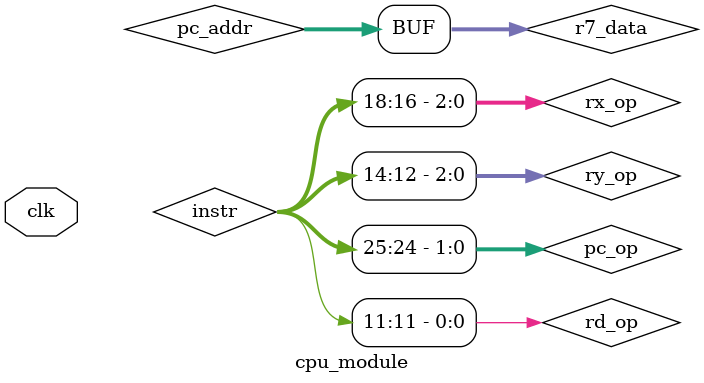
<source format=v>
`timescale 1ns / 1ps


module cpu_module(
    input clk
    );
wire [31:0]instr;
wire [7:0]data;
wire [7:0]pc_addr;
wire [7:0]alu_res;

// instructions memory    
wire [1:0]pc_op = instr[25:24];
wire [1:0]alu_op = instr[21:20];
wire [2:0]rx_op = instr[18:16];
wire imm_op = instr[15];
wire [2:0]ry_op = instr[14:12];
wire rd_op = instr[11];
wire [2:0]d_op = instr[10:8];
wire [7:0]imm = instr[7:0];

// modules output
wire [7:0]r_out;
wire [7:0]rd_out;
wire [7:0]pc_addr_accumulator;
wire [7:0]pc_out;
wire jump_out;
wire [7:0]rx_out;
wire [7:0]ry_out;
wire [7:0]imm_out;
wire [7:0]alu_out_and;
wire [7:0]alu_out_plus;
wire [7:0]alu_out_is_0;
wire [7:0]alu_out_imm;
// register data
wire [7:0]r0_data;
wire [7:0]r1_data;
wire [7:0]r2_data;
wire [7:0]r3_data;
wire [7:0]r4_data;
wire [7:0]r5_data;
wire [7:0]r6_data;
wire [7:0]r7_data;

d_mem data_memory(
    .address(alu_res),
    .data(data)
);

i_mem instruction_memory(
    .address(pc_addr),
    .data(instr)
);

decoder decoder_module(
    .d_op(d_op),
    .r_out(r_out)
);

rd_mux rd_mux_module(
    .rd_op(rd_op),
    .in_alu_res(alu_res),
    .in_data_mem(data),
    .odata(rd_out)
);

pc_mux pc_mux_module(
    .op(jump_out),
    .pc_addr(pc_addr_accumulator),
    .alu_res(alu_res),
    .odata(pc_out)
);

assign pc_addr = r7_data;

accumulator accumulator_module(
    .idata(pc_addr),
    .odata(pc_addr_accumulator)
);

jump_condition jump_condition_module(
    .pc_op(pc_op),
    .cmp_res(alu_out_is_0),
    .odata(jump_out)
);

r_mux rx_mux_module(
    .r_op(rx_op),
    .r0(r0_data),
    .r1(r1_data),
    .r2(r2_data),
    .r3(r3_data),
    .r4(r4_data),
    .r5(r5_data),
    .r6(r6_data),
    .r7(r7_data),      
    .odata(rx_out)
);

r_mux ry_mux_module(
    .r_op(ry_op),
    .r0(r0_data),
    .r1(r1_data),
    .r2(r2_data),
    .r3(r3_data),
    .r4(r4_data),
    .r5(r5_data),
    .r6(r6_data),
    .r7(r7_data),      
    .odata(ry_out)
);

imm_mux imm_mux_module(
    .imm_op(imm_op),
    .ry_mux(ry_out),
    .imm(imm),
    .odata(imm_out)
);

ALU aritmetic(
    .rx(rx_out),
    .ry(imm_out),
    .out_and(alu_out_and),
    .out_plus(alu_out_plus),
    .out_is_0(alu_out_is_0),
    .out_imm(alu_out_imm)
);

alu_mux alu_mux_module(
    .alu_op(alu_op),
    .alu_and(alu_out_and),
    .alu_plus(alu_out_plus),
    .alu_is_0(alu_out_is_0),
    .alu_imm(alu_out_imm),
    .odata(alu_res)
    );

register R0(
    .clk(clk),
    .ce(r_out[0]),
    .de(rd_out),
    .q(r0_data)
);

register R1(
    .clk(clk),
    .ce(r_out[1]),
    .de(rd_out),
    .q(r1_data)
);

register R2(
    .clk(clk),
    .ce(r_out[2]),
    .de(rd_out),
    .q(r2_data)
);

register R3(
    .clk(clk),
    .ce(r_out[3]),
    .de(rd_out),
    .q(r3_data)
);

register R4(
    .clk(clk),
    .ce(r_out[4]),
    .de(rd_out),
    .q(r4_data)
);

register R5(
    .clk(clk),
    .ce(r_out[5]),
    .de(rd_out),
    .q(r5_data)
);

register R6(
    .clk(clk),
    .ce(r_out[6]),
    .de(8'b0),
    .q(r6_data)
);

register R7(
    .clk(clk),
    .ce(1),
    .de(pc_out),
    .q(r7_data)
);

endmodule

</source>
